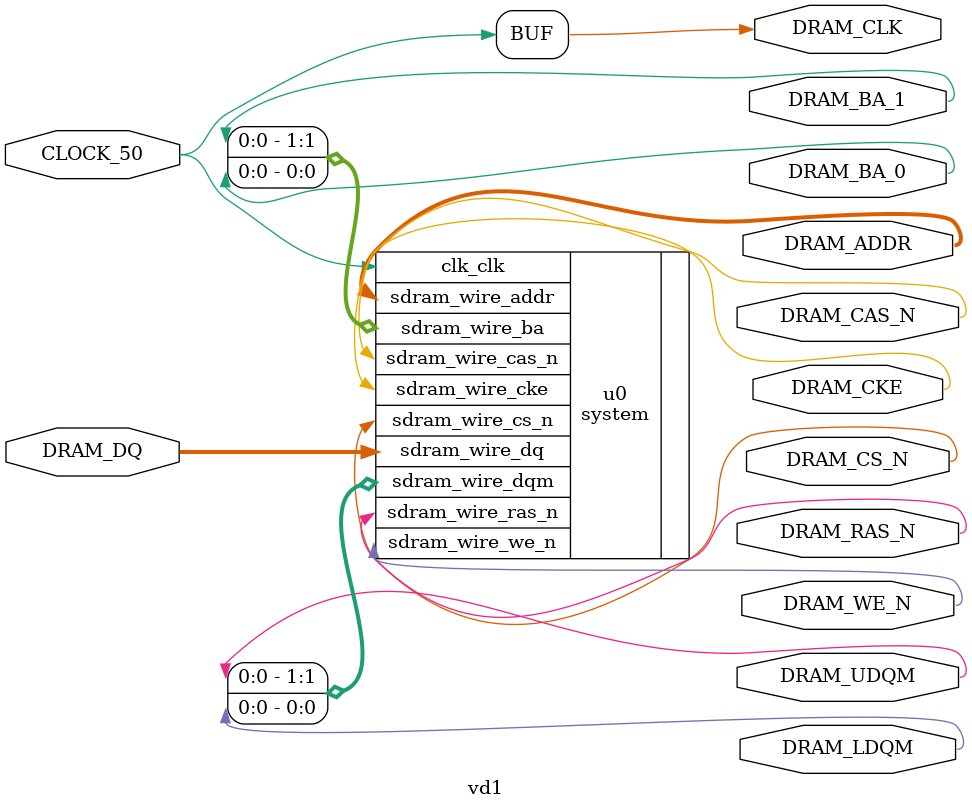
<source format=v>
module vd1 (CLOCK_50, DRAM_CLK, DRAM_CKE,
					DRAM_ADDR, DRAM_BA_1, DRAM_BA_0, DRAM_CS_N, DRAM_CAS_N, DRAM_RAS_N,
					DRAM_WE_N, DRAM_DQ, DRAM_UDQM, DRAM_LDQM);
input CLOCK_50;
output [11:0] DRAM_ADDR;
output DRAM_BA_1, DRAM_BA_0, DRAM_CAS_N,DRAM_RAS_N, DRAM_CLK;
output DRAM_CKE, DRAM_CS_N, DRAM_WE_N, DRAM_UDQM,DRAM_LDQM;
inout [15:0] DRAM_DQ;
	system u0 (
		.clk_clk 	(CLOCK_50),
		.sdram_wire_addr (DRAM_ADDR),
		.sdram_wire_ba ({DRAM_BA_1, DRAM_BA_0}),
		.sdram_wire_cas_n (DRAM_CAS_N),
		.sdram_wire_cke (DRAM_CKE),
		.sdram_wire_cs_n (DRAM_CS_N),
		.sdram_wire_dq (DRAM_DQ),
		.sdram_wire_dqm ({DRAM_UDQM,DRAM_LDQM}),
		.sdram_wire_ras_n (DRAM_RAS_N),
		.sdram_wire_we_n (DRAM_WE_N)
	
	);
	
	assign DRAM_CLK = CLOCK_50;
endmodule
</source>
